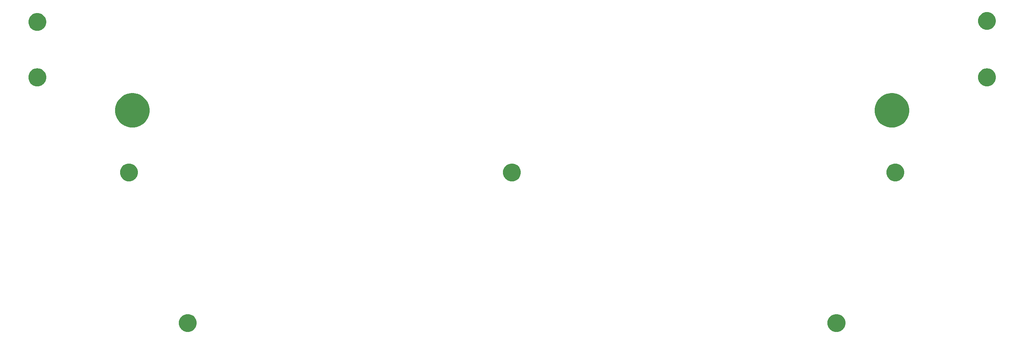
<source format=gbr>
G04 #@! TF.GenerationSoftware,KiCad,Pcbnew,(5.1.4)-1*
G04 #@! TF.CreationDate,2019-10-29T16:24:30-04:00*
G04 #@! TF.ProjectId,romeo-bottom,726f6d65-6f2d-4626-9f74-746f6d2e6b69,rev?*
G04 #@! TF.SameCoordinates,Original*
G04 #@! TF.FileFunction,Soldermask,Top*
G04 #@! TF.FilePolarity,Negative*
%FSLAX46Y46*%
G04 Gerber Fmt 4.6, Leading zero omitted, Abs format (unit mm)*
G04 Created by KiCad (PCBNEW (5.1.4)-1) date 2019-10-29 16:24:30*
%MOMM*%
%LPD*%
G04 APERTURE LIST*
%ADD10C,2.000000*%
G04 APERTURE END LIST*
D10*
G36*
X63979080Y-89682376D02*
G01*
X64359793Y-89758104D01*
X64769449Y-89927789D01*
X65138129Y-90174134D01*
X65451666Y-90487671D01*
X65698011Y-90856351D01*
X65867696Y-91266007D01*
X65954200Y-91700896D01*
X65954200Y-92144304D01*
X65867696Y-92579193D01*
X65698011Y-92988849D01*
X65451666Y-93357529D01*
X65138129Y-93671066D01*
X64769449Y-93917411D01*
X64359793Y-94087096D01*
X63979080Y-94162824D01*
X63924905Y-94173600D01*
X63481495Y-94173600D01*
X63427320Y-94162824D01*
X63046607Y-94087096D01*
X62636951Y-93917411D01*
X62268271Y-93671066D01*
X61954734Y-93357529D01*
X61708389Y-92988849D01*
X61538704Y-92579193D01*
X61452200Y-92144304D01*
X61452200Y-91700896D01*
X61538704Y-91266007D01*
X61708389Y-90856351D01*
X61954734Y-90487671D01*
X62268271Y-90174134D01*
X62636951Y-89927789D01*
X63046607Y-89758104D01*
X63427320Y-89682376D01*
X63481495Y-89671600D01*
X63924905Y-89671600D01*
X63979080Y-89682376D01*
X63979080Y-89682376D01*
G37*
G36*
X227656680Y-89682376D02*
G01*
X228037393Y-89758104D01*
X228447049Y-89927789D01*
X228815729Y-90174134D01*
X229129266Y-90487671D01*
X229375611Y-90856351D01*
X229545296Y-91266007D01*
X229631800Y-91700896D01*
X229631800Y-92144304D01*
X229545296Y-92579193D01*
X229375611Y-92988849D01*
X229129266Y-93357529D01*
X228815729Y-93671066D01*
X228447049Y-93917411D01*
X228037393Y-94087096D01*
X227656680Y-94162824D01*
X227602505Y-94173600D01*
X227159095Y-94173600D01*
X227104920Y-94162824D01*
X226724207Y-94087096D01*
X226314551Y-93917411D01*
X225945871Y-93671066D01*
X225632334Y-93357529D01*
X225385989Y-92988849D01*
X225216304Y-92579193D01*
X225129800Y-92144304D01*
X225129800Y-91700896D01*
X225216304Y-91266007D01*
X225385989Y-90856351D01*
X225632334Y-90487671D01*
X225945871Y-90174134D01*
X226314551Y-89927789D01*
X226724207Y-89758104D01*
X227104920Y-89682376D01*
X227159095Y-89671600D01*
X227602505Y-89671600D01*
X227656680Y-89682376D01*
X227656680Y-89682376D01*
G37*
G36*
X242515680Y-51582376D02*
G01*
X242896393Y-51658104D01*
X243306049Y-51827789D01*
X243674729Y-52074134D01*
X243988266Y-52387671D01*
X244234611Y-52756351D01*
X244404296Y-53166007D01*
X244490800Y-53600896D01*
X244490800Y-54044304D01*
X244404296Y-54479193D01*
X244234611Y-54888849D01*
X243988266Y-55257529D01*
X243674729Y-55571066D01*
X243306049Y-55817411D01*
X242896393Y-55987096D01*
X242515680Y-56062824D01*
X242461505Y-56073600D01*
X242018095Y-56073600D01*
X241963920Y-56062824D01*
X241583207Y-55987096D01*
X241173551Y-55817411D01*
X240804871Y-55571066D01*
X240491334Y-55257529D01*
X240244989Y-54888849D01*
X240075304Y-54479193D01*
X239988800Y-54044304D01*
X239988800Y-53600896D01*
X240075304Y-53166007D01*
X240244989Y-52756351D01*
X240491334Y-52387671D01*
X240804871Y-52074134D01*
X241173551Y-51827789D01*
X241583207Y-51658104D01*
X241963920Y-51582376D01*
X242018095Y-51571600D01*
X242461505Y-51571600D01*
X242515680Y-51582376D01*
X242515680Y-51582376D01*
G37*
G36*
X145780379Y-51582376D02*
G01*
X146161092Y-51658104D01*
X146570748Y-51827789D01*
X146939428Y-52074134D01*
X147252965Y-52387671D01*
X147499310Y-52756351D01*
X147668995Y-53166007D01*
X147755499Y-53600896D01*
X147755499Y-54044304D01*
X147668995Y-54479193D01*
X147499310Y-54888849D01*
X147252965Y-55257529D01*
X146939428Y-55571066D01*
X146570748Y-55817411D01*
X146161092Y-55987096D01*
X145780379Y-56062824D01*
X145726204Y-56073600D01*
X145282794Y-56073600D01*
X145228619Y-56062824D01*
X144847906Y-55987096D01*
X144438250Y-55817411D01*
X144069570Y-55571066D01*
X143756033Y-55257529D01*
X143509688Y-54888849D01*
X143340003Y-54479193D01*
X143253499Y-54044304D01*
X143253499Y-53600896D01*
X143340003Y-53166007D01*
X143509688Y-52756351D01*
X143756033Y-52387671D01*
X144069570Y-52074134D01*
X144438250Y-51827789D01*
X144847906Y-51658104D01*
X145228619Y-51582376D01*
X145282794Y-51571600D01*
X145726204Y-51571600D01*
X145780379Y-51582376D01*
X145780379Y-51582376D01*
G37*
G36*
X49120080Y-51582376D02*
G01*
X49500793Y-51658104D01*
X49910449Y-51827789D01*
X50279129Y-52074134D01*
X50592666Y-52387671D01*
X50839011Y-52756351D01*
X51008696Y-53166007D01*
X51095200Y-53600896D01*
X51095200Y-54044304D01*
X51008696Y-54479193D01*
X50839011Y-54888849D01*
X50592666Y-55257529D01*
X50279129Y-55571066D01*
X49910449Y-55817411D01*
X49500793Y-55987096D01*
X49120080Y-56062824D01*
X49065905Y-56073600D01*
X48622495Y-56073600D01*
X48568320Y-56062824D01*
X48187607Y-55987096D01*
X47777951Y-55817411D01*
X47409271Y-55571066D01*
X47095734Y-55257529D01*
X46849389Y-54888849D01*
X46679704Y-54479193D01*
X46593200Y-54044304D01*
X46593200Y-53600896D01*
X46679704Y-53166007D01*
X46849389Y-52756351D01*
X47095734Y-52387671D01*
X47409271Y-52074134D01*
X47777951Y-51827789D01*
X48187607Y-51658104D01*
X48568320Y-51582376D01*
X48622495Y-51571600D01*
X49065905Y-51571600D01*
X49120080Y-51582376D01*
X49120080Y-51582376D01*
G37*
G36*
X241915155Y-33806194D02*
G01*
X242636139Y-33949606D01*
X243427971Y-34277593D01*
X244140600Y-34753757D01*
X244746642Y-35359799D01*
X245222806Y-36072428D01*
X245550793Y-36864260D01*
X245717999Y-37704864D01*
X245717999Y-38561936D01*
X245550793Y-39402540D01*
X245222806Y-40194372D01*
X244746642Y-40907001D01*
X244140600Y-41513043D01*
X243427971Y-41989207D01*
X242636139Y-42317194D01*
X241915155Y-42460606D01*
X241795536Y-42484400D01*
X240938462Y-42484400D01*
X240818843Y-42460606D01*
X240097859Y-42317194D01*
X239306027Y-41989207D01*
X238593398Y-41513043D01*
X237987356Y-40907001D01*
X237511192Y-40194372D01*
X237183205Y-39402540D01*
X237015999Y-38561936D01*
X237015999Y-37704864D01*
X237183205Y-36864260D01*
X237511192Y-36072428D01*
X237987356Y-35359799D01*
X238593398Y-34753757D01*
X239306027Y-34277593D01*
X240097859Y-33949606D01*
X240818843Y-33806194D01*
X240938462Y-33782400D01*
X241795536Y-33782400D01*
X241915155Y-33806194D01*
X241915155Y-33806194D01*
G37*
G36*
X50265157Y-33806194D02*
G01*
X50986141Y-33949606D01*
X51777973Y-34277593D01*
X52490602Y-34753757D01*
X53096644Y-35359799D01*
X53572808Y-36072428D01*
X53900795Y-36864260D01*
X54068001Y-37704864D01*
X54068001Y-38561936D01*
X53900795Y-39402540D01*
X53572808Y-40194372D01*
X53096644Y-40907001D01*
X52490602Y-41513043D01*
X51777973Y-41989207D01*
X50986141Y-42317194D01*
X50265157Y-42460606D01*
X50145538Y-42484400D01*
X49288464Y-42484400D01*
X49168845Y-42460606D01*
X48447861Y-42317194D01*
X47656029Y-41989207D01*
X46943400Y-41513043D01*
X46337358Y-40907001D01*
X45861194Y-40194372D01*
X45533207Y-39402540D01*
X45366001Y-38561936D01*
X45366001Y-37704864D01*
X45533207Y-36864260D01*
X45861194Y-36072428D01*
X46337358Y-35359799D01*
X46943400Y-34753757D01*
X47656029Y-34277593D01*
X48447861Y-33949606D01*
X49168845Y-33806194D01*
X49288464Y-33782400D01*
X50145538Y-33782400D01*
X50265157Y-33806194D01*
X50265157Y-33806194D01*
G37*
G36*
X25992881Y-27532376D02*
G01*
X26373594Y-27608104D01*
X26783250Y-27777789D01*
X27151930Y-28024134D01*
X27465467Y-28337671D01*
X27711812Y-28706351D01*
X27881497Y-29116007D01*
X27968001Y-29550896D01*
X27968001Y-29994304D01*
X27881497Y-30429193D01*
X27711812Y-30838849D01*
X27465467Y-31207529D01*
X27151930Y-31521066D01*
X26783250Y-31767411D01*
X26373594Y-31937096D01*
X25992881Y-32012824D01*
X25938706Y-32023600D01*
X25495296Y-32023600D01*
X25441121Y-32012824D01*
X25060408Y-31937096D01*
X24650752Y-31767411D01*
X24282072Y-31521066D01*
X23968535Y-31207529D01*
X23722190Y-30838849D01*
X23552505Y-30429193D01*
X23466001Y-29994304D01*
X23466001Y-29550896D01*
X23552505Y-29116007D01*
X23722190Y-28706351D01*
X23968535Y-28337671D01*
X24282072Y-28024134D01*
X24650752Y-27777789D01*
X25060408Y-27608104D01*
X25441121Y-27532376D01*
X25495296Y-27521600D01*
X25938706Y-27521600D01*
X25992881Y-27532376D01*
X25992881Y-27532376D01*
G37*
G36*
X265642879Y-27532376D02*
G01*
X266023592Y-27608104D01*
X266433248Y-27777789D01*
X266801928Y-28024134D01*
X267115465Y-28337671D01*
X267361810Y-28706351D01*
X267531495Y-29116007D01*
X267617999Y-29550896D01*
X267617999Y-29994304D01*
X267531495Y-30429193D01*
X267361810Y-30838849D01*
X267115465Y-31207529D01*
X266801928Y-31521066D01*
X266433248Y-31767411D01*
X266023592Y-31937096D01*
X265642879Y-32012824D01*
X265588704Y-32023600D01*
X265145294Y-32023600D01*
X265091119Y-32012824D01*
X264710406Y-31937096D01*
X264300750Y-31767411D01*
X263932070Y-31521066D01*
X263618533Y-31207529D01*
X263372188Y-30838849D01*
X263202503Y-30429193D01*
X263115999Y-29994304D01*
X263115999Y-29550896D01*
X263202503Y-29116007D01*
X263372188Y-28706351D01*
X263618533Y-28337671D01*
X263932070Y-28024134D01*
X264300750Y-27777789D01*
X264710406Y-27608104D01*
X265091119Y-27532376D01*
X265145294Y-27521600D01*
X265588704Y-27521600D01*
X265642879Y-27532376D01*
X265642879Y-27532376D01*
G37*
G36*
X25992881Y-13532376D02*
G01*
X26373594Y-13608104D01*
X26783250Y-13777789D01*
X27151930Y-14024134D01*
X27465467Y-14337671D01*
X27711812Y-14706351D01*
X27881497Y-15116007D01*
X27968001Y-15550896D01*
X27968001Y-15994304D01*
X27881497Y-16429193D01*
X27711812Y-16838849D01*
X27465467Y-17207529D01*
X27151930Y-17521066D01*
X26783250Y-17767411D01*
X26373594Y-17937096D01*
X25992881Y-18012824D01*
X25938706Y-18023600D01*
X25495296Y-18023600D01*
X25441121Y-18012824D01*
X25060408Y-17937096D01*
X24650752Y-17767411D01*
X24282072Y-17521066D01*
X23968535Y-17207529D01*
X23722190Y-16838849D01*
X23552505Y-16429193D01*
X23466001Y-15994304D01*
X23466001Y-15550896D01*
X23552505Y-15116007D01*
X23722190Y-14706351D01*
X23968535Y-14337671D01*
X24282072Y-14024134D01*
X24650752Y-13777789D01*
X25060408Y-13608104D01*
X25441121Y-13532376D01*
X25495296Y-13521600D01*
X25938706Y-13521600D01*
X25992881Y-13532376D01*
X25992881Y-13532376D01*
G37*
G36*
X265642879Y-13257375D02*
G01*
X266023592Y-13333103D01*
X266433248Y-13502788D01*
X266801928Y-13749133D01*
X267115465Y-14062670D01*
X267361810Y-14431350D01*
X267531495Y-14841006D01*
X267617999Y-15275895D01*
X267617999Y-15719303D01*
X267531495Y-16154192D01*
X267361810Y-16563848D01*
X267115465Y-16932528D01*
X266801928Y-17246065D01*
X266433248Y-17492410D01*
X266023592Y-17662095D01*
X265642879Y-17737823D01*
X265588704Y-17748599D01*
X265145294Y-17748599D01*
X265091119Y-17737823D01*
X264710406Y-17662095D01*
X264300750Y-17492410D01*
X263932070Y-17246065D01*
X263618533Y-16932528D01*
X263372188Y-16563848D01*
X263202503Y-16154192D01*
X263115999Y-15719303D01*
X263115999Y-15275895D01*
X263202503Y-14841006D01*
X263372188Y-14431350D01*
X263618533Y-14062670D01*
X263932070Y-13749133D01*
X264300750Y-13502788D01*
X264710406Y-13333103D01*
X265091119Y-13257375D01*
X265145294Y-13246599D01*
X265588704Y-13246599D01*
X265642879Y-13257375D01*
X265642879Y-13257375D01*
G37*
M02*

</source>
